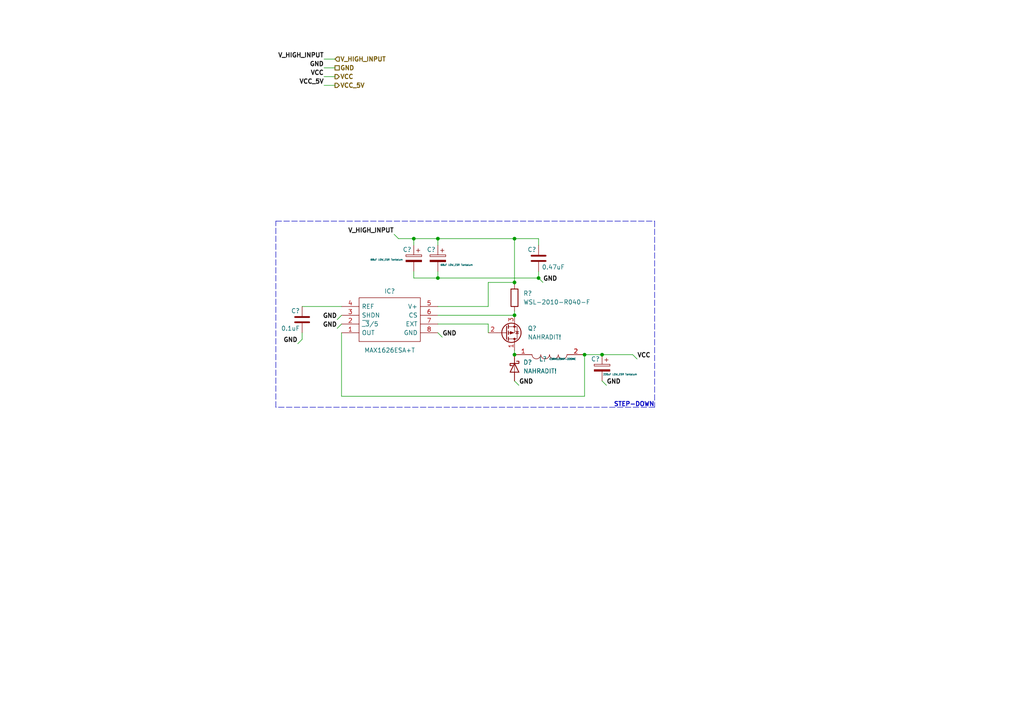
<source format=kicad_sch>
(kicad_sch (version 20211123) (generator eeschema)
  (paper "A4")
  (title_block (title "CanSat 2023") (company "The Project Skyfall"))
  (lib_symbols
    (symbol "Device:C" (pin_numbers hide) (pin_names (offset 0.254))
      (property "Reference" "C" (at 0.635 2.54 0))
      (property "Value" "C" (at 0.635 -2.54 0))
      (symbol "C_0_1"
        (polyline (pts (xy -2.032 -0.762) (xy 2.032 -0.762)) (stroke (width 0.508)))
        (polyline (pts (xy -2.032 0.762) (xy 2.032 0.762)) (stroke (width 0.508)))
      )
      (symbol "C_1_1"
        (pin passive line (at 0 3.81 270) (length 2.794) (name "~") (number "1"))
        (pin passive line (at 0 -3.81 90) (length 2.794) (name "~") (number "2"))
      )
    )
    (symbol "Device:C_Polarized" (pin_numbers hide) (pin_names (offset 0.254))
      (property "Reference" "C" (at 0.635 2.54 0))
      (property "Value" "C_Polarized" (at 0.635 -2.54 0))
      (symbol "C_Polarized_0_1"
        (rectangle (start -2.286 0.508) (end 2.286 1.016))
        (polyline (pts (xy -1.778 2.286) (xy -0.762 2.286)))
        (polyline (pts (xy -1.27 2.794) (xy -1.27 1.778)))
        (rectangle (start 2.286 -0.508) (end -2.286 -1.016) (fill (type outline)))
      )
      (symbol "C_Polarized_1_1"
        (pin passive line (at 0 3.81 270) (length 2.794) (name "~") (number "1"))
        (pin passive line (at 0 -3.81 90) (length 2.794) (name "~") (number "2"))
      )
    )
    (symbol "Device:D_Schottky" (pin_numbers hide) (pin_names (offset 1.016) hide)
      (property "Reference" "D" (at 0 2.54 0))
      (property "Value" "D_Schottky" (at 0 -2.54 0))
      (symbol "D_Schottky_0_1"
        (polyline (pts (xy 1.27 0) (xy -1.27 0)))
        (polyline (pts (xy 1.27 1.27) (xy 1.27 -1.27) (xy -1.27 0) (xy 1.27 1.27)) (stroke (width 0.254)))
        (polyline (pts (xy -1.905 0.635) (xy -1.905 1.27) (xy -1.27 1.27) (xy -1.27 -1.27) (xy -0.635 -1.27) (xy -0.635 -0.635)) (stroke (width 0.254)))
      )
      (symbol "D_Schottky_1_1"
        (pin passive line (at -3.81 0 0) (length 2.54) (name "K") (number "1"))
        (pin passive line (at 3.81 0 180) (length 2.54) (name "A") (number "2"))
      )
    )
    (symbol "Device:Q_PMOS_DGS" (pin_names (offset 0) hide)
      (property "Reference" "Q" (at 5.08 1.27 0))
      (property "Value" "Q_PMOS_DGS" (at 5.08 -1.27 0))
      (symbol "Q_PMOS_DGS_0_1"
        (polyline (pts (xy 0.254 0) (xy -2.54 0)))
        (polyline (pts (xy 0.254 1.905) (xy 0.254 -1.905)) (stroke (width 0.254)))
        (polyline (pts (xy 0.762 -1.27) (xy 0.762 -2.286)) (stroke (width 0.254)))
        (polyline (pts (xy 0.762 0.508) (xy 0.762 -0.508)) (stroke (width 0.254)))
        (polyline (pts (xy 0.762 2.286) (xy 0.762 1.27)) (stroke (width 0.254)))
        (polyline (pts (xy 2.54 2.54) (xy 2.54 1.778)))
        (polyline (pts (xy 2.54 -2.54) (xy 2.54 0) (xy 0.762 0)))
        (polyline (pts (xy 0.762 1.778) (xy 3.302 1.778) (xy 3.302 -1.778) (xy 0.762 -1.778)))
        (polyline (pts (xy 2.286 0) (xy 1.27 0.381) (xy 1.27 -0.381) (xy 2.286 0)) (fill (type outline)))
        (polyline (pts (xy 2.794 -0.508) (xy 2.921 -0.381) (xy 3.683 -0.381) (xy 3.81 -0.254)))
        (polyline (pts (xy 3.302 -0.381) (xy 2.921 0.254) (xy 3.683 0.254) (xy 3.302 -0.381)))
        (circle (center 1.651 0) (radius 2.794) (stroke (width 0.254)))
        (circle (center 2.54 -1.778) (radius 0.254) (fill (type outline)))
        (circle (center 2.54 1.778) (radius 0.254) (fill (type outline)))
      )
      (symbol "Q_PMOS_DGS_1_1"
        (pin passive line (at 2.54 5.08 270) (length 2.54) (name "D") (number "1"))
        (pin input line (at -5.08 0 0) (length 2.54) (name "G") (number "2"))
        (pin passive line (at 2.54 -5.08 90) (length 2.54) (name "S") (number "3"))
      )
    )
    (symbol "Device:R" (pin_numbers hide) (pin_names (offset 0))
      (property "Reference" "R" (at 2.032 0 90))
      (property "Value" "R" (at 0 0 90))
      (symbol "R_0_1"
        (rectangle (start -1.016 -2.54) (end 1.016 2.54) (stroke (width 0.254)))
      )
      (symbol "R_1_1"
        (pin passive line (at 0 3.81 270) (length 1.27) (name "~") (number "1"))
        (pin passive line (at 0 -3.81 90) (length 1.27) (name "~") (number "2"))
      )
    )
    (symbol "SamacSys_Parts2:CDRH125NP-220MC" (pin_names (offset 0.762))
      (property "Reference" "L" (at 16.51 6.35 0))
      (property "Value" "CDRH125NP-220MC" (at 16.51 3.81 0))
      (symbol "CDRH125NP-220MC_0_0"
        (pin passive line (at 0 0 0) (length 5.08) (name "~") (number "1"))
        (pin passive line (at 20.32 0 180) (length 5.08) (name "~") (number "2"))
      )
      (symbol "CDRH125NP-220MC_0_1"
        (arc (start 5.08 0) (mid 6.35 -1.3218) (end 7.62 0) (stroke (width 0.1524)))
        (arc (start 7.62 0) (mid 8.89 -1.3218) (end 10.16 0) (stroke (width 0.1524)))
        (arc (start 10.16 0) (mid 11.43 -1.3218) (end 12.7 0) (stroke (width 0.1524)))
        (arc (start 12.7 0) (mid 13.97 -1.3218) (end 15.24 0) (stroke (width 0.1524)))
      )
    )
    (symbol "SamacSys_Parts:MAX1626ESA+T" (pin_names (offset 0.762))
      (property "Reference" "IC" (at 24.13 7.62 0))
      (property "Value" "MAX1626ESA+T" (at 24.13 5.08 0))
      (symbol "MAX1626ESA+T_0_0"
        (pin passive line (at 0 0 0) (length 5.08) (name "OUT") (number "1"))
        (pin passive line (at 0 -2.54 0) (length 5.08) (name "~{_3}/5") (number "2"))
        (pin passive line (at 0 -5.08 0) (length 5.08) (name "SHDN") (number "3"))
        (pin passive line (at 0 -7.62 0) (length 5.08) (name "REF") (number "4"))
        (pin passive line (at 27.94 -7.62 180) (length 5.08) (name "V+") (number "5"))
        (pin passive line (at 27.94 -5.08 180) (length 5.08) (name "CS") (number "6"))
        (pin passive line (at 27.94 -2.54 180) (length 5.08) (name "EXT") (number "7"))
        (pin passive line (at 27.94 0 180) (length 5.08) (name "GND") (number "8"))
      )
      (symbol "MAX1626ESA+T_0_1"
        (polyline (pts (xy 5.08 2.54) (xy 22.86 2.54) (xy 22.86 -10.16) (xy 5.08 -10.16) (xy 5.08 2.54)) (stroke (width 0.1524)))
      )
    )
  )
  (junction (at 169.545 102.87))
  (junction (at 120.015 69.215))
  (junction (at 127 80.645))
  (junction (at 149.225 91.44))
  (junction (at 149.225 69.215))
  (junction (at 156.21 80.645))
  (junction (at 127 69.215))
  (junction (at 149.225 81.915))
  (junction (at 149.225 102.87))
  (junction (at 174.625 102.87))
  (wire (pts (xy 127 71.12) (xy 127 69.215)))
  (wire (pts (xy 156.21 80.645) (xy 157.48 81.915)))
  (wire (pts (xy 149.225 82.55) (xy 149.225 81.915)))
  (wire (pts (xy 87.63 98.425) (xy 86.36 99.695)))
  (wire (pts (xy 141.605 93.98) (xy 141.605 96.52)))
  (wire (pts (xy 149.225 81.915) (xy 149.225 69.215)))
  (wire (pts (xy 169.545 102.87) (xy 169.545 114.935)))
  (wire (pts (xy 99.06 93.98) (xy 97.79 95.25)))
  (wire (pts (xy 127 93.98) (xy 141.605 93.98)))
  (wire (pts (xy 156.21 71.12) (xy 156.21 69.215)))
  (wire (pts (xy 127 78.74) (xy 127 80.645)))
  (wire (pts (xy 149.225 110.49) (xy 150.495 111.76)))
  (polyline (pts (xy 80.01 118.11) (xy 80.01 64.135)))
  (wire (pts (xy 149.225 102.87) (xy 149.225 101.6)))
  (wire (pts (xy 87.63 96.52) (xy 87.63 98.425)))
  (wire (pts (xy 93.98 17.145) (xy 97.155 17.145)))
  (wire (pts (xy 93.98 19.685) (xy 97.155 19.685)))
  (wire (pts (xy 127 96.52) (xy 128.27 97.79)))
  (wire (pts (xy 87.63 88.9) (xy 99.06 88.9)))
  (wire (pts (xy 156.21 78.74) (xy 156.21 80.645)))
  (wire (pts (xy 99.06 96.52) (xy 99.06 114.935)))
  (wire (pts (xy 127 69.215) (xy 120.015 69.215)))
  (wire (pts (xy 120.015 69.215) (xy 120.015 71.12)))
  (wire (pts (xy 115.57 69.215) (xy 120.015 69.215)))
  (wire (pts (xy 141.605 88.9) (xy 141.605 81.915)))
  (polyline (pts (xy 80.01 64.135) (xy 189.865 64.135)))
  (wire (pts (xy 120.015 78.74) (xy 120.015 80.645)))
  (wire (pts (xy 93.98 24.765) (xy 97.155 24.765)))
  (wire (pts (xy 127 80.645) (xy 120.015 80.645)))
  (wire (pts (xy 99.06 91.44) (xy 97.79 92.71)))
  (wire (pts (xy 114.3 67.945) (xy 115.57 69.215)))
  (polyline (pts (xy 189.865 118.11) (xy 80.01 118.11)))
  (wire (pts (xy 127 88.9) (xy 141.605 88.9)))
  (wire (pts (xy 169.545 102.87) (xy 174.625 102.87)))
  (polyline (pts (xy 189.865 64.135) (xy 189.865 118.11)))
  (wire (pts (xy 174.625 110.49) (xy 175.895 111.76)))
  (wire (pts (xy 149.225 90.17) (xy 149.225 91.44)))
  (wire (pts (xy 127 69.215) (xy 149.225 69.215)))
  (wire (pts (xy 141.605 81.915) (xy 149.225 81.915)))
  (wire (pts (xy 149.225 69.215) (xy 156.21 69.215)))
  (wire (pts (xy 127 91.44) (xy 149.225 91.44)))
  (wire (pts (xy 174.625 102.87) (xy 183.515 102.87)))
  (wire (pts (xy 127 80.645) (xy 156.21 80.645)))
  (wire (pts (xy 99.06 114.935) (xy 169.545 114.935)))
  (wire (pts (xy 183.515 102.87) (xy 184.785 104.14)))
  (wire (pts (xy 93.98 22.225) (xy 97.155 22.225)))
  (text "STEP-DOWN" (at 189.865 118.11 180) (effects (font (size 1.27 1.27) (thickness 0.254) bold) (justify right bottom)))
  (label "V_HIGH_INPUT" (at 93.98 17.145 180) (effects (font (thickness 0.254) bold)))
  (label "GND" (at 150.495 111.76 0) (effects (font (thickness 0.254) bold)))
  (label "GND" (at 93.98 19.685 180) (effects (font (thickness 0.254) bold)))
  (label "GND" (at 97.79 95.25 180) (effects (font (thickness 0.254) bold)))
  (label "VCC" (at 93.98 22.225 180) (effects (font (thickness 0.254) bold)))
  (label "GND" (at 175.895 111.76 0) (effects (font (thickness 0.254) bold)))
  (label "VCC" (at 184.785 104.14 0) (effects (font (thickness 0.254) bold)))
  (label "V_HIGH_INPUT" (at 114.3 67.945 180) (effects (font (thickness 0.254) bold)))
  (label "GND" (at 97.79 92.71 180) (effects (font (thickness 0.254) bold)))
  (label "GND" (at 128.27 97.79 0) (effects (font (thickness 0.254) bold)))
  (label "VCC_5V" (at 93.98 24.765 180) (effects (font (thickness 0.254) bold)))
  (label "GND" (at 157.48 81.915 0) (effects (font (thickness 0.254) bold)))
  (label "GND" (at 86.36 99.695 180) (effects (font (thickness 0.254) bold)))
  (hierarchical_label "GND" (shape passive) (at 97.155 19.685 0) (effects (font bold)))
  (hierarchical_label "V_HIGH_INPUT" (shape input) (at 97.155 17.145 0) (effects (font bold)))
  (hierarchical_label "VCC_5V" (shape output) (at 97.155 24.765 0) (effects (font bold)))
  (hierarchical_label "VCC" (shape output) (at 97.155 22.225 0) (effects (font bold)))
  (symbol (lib_id "SamacSys_Parts:MAX1626ESA+T") (at 99.06 96.52 0) (mirror x) (unit 1)
    (property "Reference" "IC?" (at 113.03 84.455 0))
    (property "Value" "MAX1626ESA+T" (at 113.03 101.6 0))
    (property "Footprint" "SOIC127P600X175-8N" (effects hide))
    (property "Datasheet" "https://datasheets.maximintegrated.com/en/ds/MAX1626-MAX1627.pdf" (effects hide))
    (property "Description" "MAXIM INTEGRATED PRODUCTS - MAX1626ESA+T - DC/DC Controller, Buck (Step Down), 3 V to 16.5 V, 1 Output, 300kHz PWM Switching, NSOIC-8" (effects hide))
    (property "Height" "1.75" (effects hide))
    (property "Mouser Part Number" "700-MAX1626ESAT" (effects hide))
    (property "Mouser Price/Stock" "https://www.mouser.co.uk/ProductDetail/Maxim-Integrated/MAX1626ESA%2bT/?qs=Mqkh4jHMT8ylHTywJFaQhw%3D%3D" (effects hide))
    (property "Manufacturer_Name" "Maxim Integrated" (effects hide))
    (property "Manufacturer_Part_Number" "MAX1626ESA+T" (effects hide))
    (property "EV_kit" "https://datasheets.maximintegrated.com/en/ds/MAX1626EVKIT.pdf" (effects hide))
  )
  (symbol (lib_id "Device:Q_PMOS_DGS") (at 146.685 96.52 0) (mirror x) (unit 1)
    (property "Reference" "Q?" (at 153.035 95.2499 0) (effects (justify left)))
    (property "Value" "NAHRADIT!" (at 153.035 97.7899 0) (effects (justify left)))
  )
  (symbol (lib_id "Device:C") (at 87.63 92.71 0) (mirror y) (unit 1)
    (property "Reference" "C?" (at 86.995 90.17 0) (effects (justify left)))
    (property "Value" "0.1uF" (at 86.995 95.25 0) (effects (justify left)))
  )
  (symbol (lib_id "Device:C_Polarized") (at 127 74.93 0) (mirror y) (unit 1)
    (property "Reference" "C?" (at 126.365 72.39 0) (effects (justify left)))
    (property "Value" "68uF LOW_ESR Tantalum" (at 137.16 76.835 0) (effects (font (size 0.5 0.5)) (justify left)))
  )
  (symbol (lib_id "Device:D_Schottky") (at 149.225 106.68 270) (unit 1)
    (property "Reference" "D?" (at 151.765 105.0924 90) (effects (justify left)))
    (property "Value" "NAHRADIT!" (at 151.765 107.6324 90) (effects (justify left)))
  )
  (symbol (lib_id "Device:C_Polarized") (at 174.625 106.68 0) (mirror y) (unit 1)
    (property "Reference" "C?" (at 173.99 104.14 0) (effects (justify left)))
    (property "Value" "220uF LOW_ESR Tantalum" (at 184.785 108.585 0) (effects (font (size 0.5 0.5)) (justify left)))
  )
  (symbol (lib_id "Device:C") (at 156.21 74.93 0) (mirror y) (unit 1)
    (property "Reference" "C?" (at 155.575 72.39 0) (effects (justify left)))
    (property "Value" "0.47uF" (at 163.83 77.47 0) (effects (justify left)))
  )
  (symbol (lib_id "Device:R") (at 149.225 86.36 0) (unit 1)
    (property "Reference" "R?" (at 151.765 85.0899 0) (effects (justify left)))
    (property "Value" "WSL-2010-R040-F" (at 151.765 87.6299 0) (effects (justify left)))
  )
  (symbol (lib_id "Device:C_Polarized") (at 120.015 74.93 0) (mirror y) (unit 1)
    (property "Reference" "C?" (at 119.38 72.39 0) (effects (justify left)))
    (property "Value" "68uF LOW_ESR Tantalum" (at 116.84 75.311 0) (effects (font (size 0.5 0.5)) (justify left)))
  )
  (symbol (lib_id "SamacSys_Parts2:CDRH125NP-220MC") (at 149.225 102.87 0) (unit 1)
    (property "Reference" "L?" (at 157.48 104.14 0))
    (property "Value" "CDRH125NP-220MC" (at 163.195 104.14 0) (effects (font (size 0.5 0.5))))
    (property "Footprint" "CDRH125101MC" (effects hide))
    (property "Datasheet" "http://products.sumida.com/products/pdf/CDRH125,CDRH125LD.pdf" (effects hide))
    (property "Description" "Fixed Inductors 22uH 2.80A 0.028ohms" (effects hide))
    (property "Height" "6" (effects hide))
    (property "Mouser Part Number" "851-CDRH125NP-220MC" (effects hide))
    (property "Mouser Price/Stock" "https://www.mouser.co.uk/ProductDetail/Sumida/CDRH125NP-220MC?qs=yEEOfDmvQDX7sNyZ0f3HJA%3D%3D" (effects hide))
    (property "Manufacturer_Name" "Sumida" (effects hide))
    (property "Manufacturer_Part_Number" "CDRH125NP-220MC" (effects hide))
  )
)
</source>
